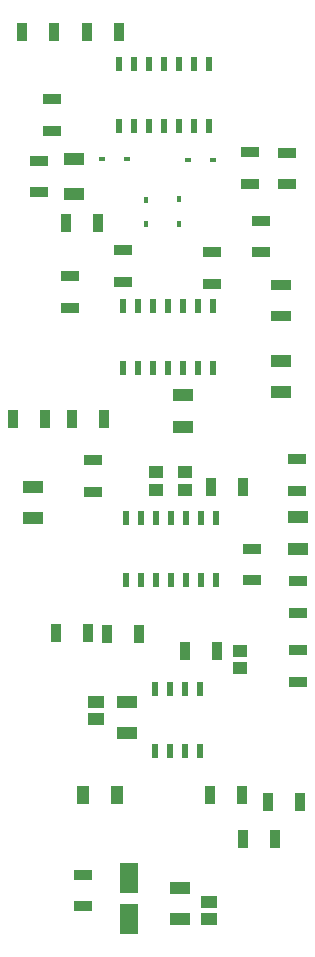
<source format=gbr>
%TF.GenerationSoftware,Altium Limited,Altium Designer,19.0.15 (446)*%
G04 Layer_Color=8421504*
%FSLAX42Y42*%
%MOMM*%
%TF.FileFunction,Paste,Top*%
%TF.Part,Single*%
G01*
G75*
%TA.AperFunction,SMDPad,CuDef*%
%ADD10R,1.55X0.90*%
%ADD11R,1.60X0.90*%
%ADD12R,1.70X1.10*%
%ADD13R,1.70X0.95*%
%ADD14R,0.90X1.60*%
G04:AMPARAMS|DCode=15|XSize=0.55mm|YSize=1.25mm|CornerRadius=0.05mm|HoleSize=0mm|Usage=FLASHONLY|Rotation=180.000|XOffset=0mm|YOffset=0mm|HoleType=Round|Shape=RoundedRectangle|*
%AMROUNDEDRECTD15*
21,1,0.55,1.15,0,0,180.0*
21,1,0.45,1.25,0,0,180.0*
1,1,0.10,-0.23,0.58*
1,1,0.10,0.23,0.58*
1,1,0.10,0.23,-0.58*
1,1,0.10,-0.23,-0.58*
%
%ADD15ROUNDEDRECTD15*%
%ADD16R,0.59X0.45*%
%ADD17R,1.30X1.00*%
%ADD18R,0.90X1.55*%
%ADD19R,0.45X0.59*%
%ADD20R,1.40X1.10*%
%ADD21R,1.60X2.50*%
%ADD22R,1.10X1.65*%
D10*
X4275Y10738D02*
D03*
Y10473D02*
D03*
X6370Y10543D02*
D03*
Y10807D02*
D03*
X6155Y10230D02*
D03*
Y9965D02*
D03*
D11*
X4383Y10987D02*
D03*
Y11258D02*
D03*
X4538Y9495D02*
D03*
Y9765D02*
D03*
X6062Y10545D02*
D03*
Y10815D02*
D03*
X6465Y6597D02*
D03*
Y6328D02*
D03*
X4979Y9980D02*
D03*
Y9710D02*
D03*
X5738Y9967D02*
D03*
Y9697D02*
D03*
X6462Y6913D02*
D03*
Y7182D02*
D03*
X6072Y7455D02*
D03*
Y7185D02*
D03*
X6460Y8215D02*
D03*
Y7945D02*
D03*
X4733Y8205D02*
D03*
Y7935D02*
D03*
X4645Y4695D02*
D03*
Y4425D02*
D03*
D12*
X6318Y9042D02*
D03*
Y8782D02*
D03*
X4567Y10460D02*
D03*
Y10750D02*
D03*
X4217Y7980D02*
D03*
Y7710D02*
D03*
X6462Y7720D02*
D03*
Y7450D02*
D03*
X5490Y8755D02*
D03*
Y8485D02*
D03*
X5013Y5890D02*
D03*
Y6160D02*
D03*
X5465Y4315D02*
D03*
Y4585D02*
D03*
D13*
X6318Y9690D02*
D03*
Y9420D02*
D03*
D14*
X4945Y11830D02*
D03*
X4675D02*
D03*
X4127Y11832D02*
D03*
X4397D02*
D03*
X5730Y7973D02*
D03*
X6000D02*
D03*
X4320Y8550D02*
D03*
X4050D02*
D03*
X5508Y6590D02*
D03*
X5777D02*
D03*
X4683Y6736D02*
D03*
X4413D02*
D03*
X4555Y8550D02*
D03*
X4825D02*
D03*
X4848Y6735D02*
D03*
X5118D02*
D03*
X6478Y5307D02*
D03*
X6208D02*
D03*
D15*
X5710Y11555D02*
D03*
X5583D02*
D03*
X5456D02*
D03*
X5329D02*
D03*
X5202D02*
D03*
X5075D02*
D03*
X4948D02*
D03*
X5710Y11030D02*
D03*
X5583D02*
D03*
X5456D02*
D03*
X5329D02*
D03*
X5202D02*
D03*
X5075D02*
D03*
X4948D02*
D03*
X5635Y6265D02*
D03*
X5508D02*
D03*
X5381D02*
D03*
X5254D02*
D03*
X5635Y5740D02*
D03*
X5508D02*
D03*
X5381D02*
D03*
X5254D02*
D03*
X5741Y9510D02*
D03*
X5614D02*
D03*
X5487D02*
D03*
X5360D02*
D03*
X5233D02*
D03*
X5106D02*
D03*
X4979D02*
D03*
X5741Y8985D02*
D03*
X5614D02*
D03*
X5487D02*
D03*
X5360D02*
D03*
X5233D02*
D03*
X5106D02*
D03*
X4979D02*
D03*
X5766Y7710D02*
D03*
X5639D02*
D03*
X5512D02*
D03*
X5385D02*
D03*
X5258D02*
D03*
X5131D02*
D03*
X5004D02*
D03*
X5766Y7185D02*
D03*
X5639D02*
D03*
X5512D02*
D03*
X5385D02*
D03*
X5258D02*
D03*
X5131D02*
D03*
X5004D02*
D03*
D16*
X5748Y10745D02*
D03*
X5537D02*
D03*
X4807Y10750D02*
D03*
X5018D02*
D03*
D17*
X5972Y6440D02*
D03*
Y6590D02*
D03*
X5258Y7950D02*
D03*
Y8100D02*
D03*
X5508Y7955D02*
D03*
Y8105D02*
D03*
D18*
X4502Y10212D02*
D03*
X4768D02*
D03*
X5988Y5367D02*
D03*
X5722D02*
D03*
X6267Y4995D02*
D03*
X6002D02*
D03*
D19*
X5180Y10410D02*
D03*
Y10199D02*
D03*
X5455Y10418D02*
D03*
Y10207D02*
D03*
D20*
X4756Y6010D02*
D03*
Y6160D02*
D03*
X5715Y4315D02*
D03*
Y4465D02*
D03*
D21*
X5035Y4665D02*
D03*
Y4315D02*
D03*
D22*
X4930Y5365D02*
D03*
X4645D02*
D03*
%TF.MD5,783573a775a0fc6eac3dd56693703400*%
M02*

</source>
